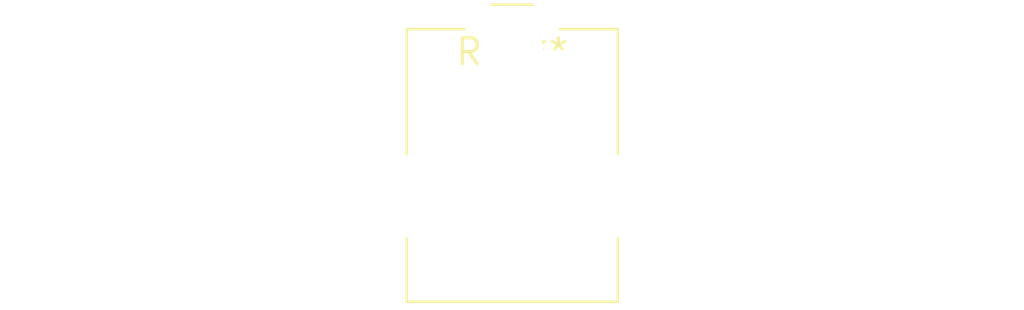
<source format=kicad_pcb>
(kicad_pcb (version 20240108) (generator pcbnew)
  (layers (0 "F.Cu" signal) (31 "B.Cu" signal) (34 "B.Paste" user) (35 "F.Paste" user) (36 "B.SilkS" user "B.Silkscreen") (37 "F.SilkS" user "F.Silkscreen") (38 "B.Mask" user) (39 "F.Mask" user) (44 "Edge.Cuts" user))
  (net 0 "")
  (footprint "BarrelJack_CUI_PJ-063AH_Horizontal_CircularHoles" (layer "F.Cu") (at 0 0)
    (property "Reference" "REF**")
    (property "Value" "BarrelJack_CUI_PJ-063AH_Horizontal_CircularHoles")
    (fp_line (start -5.11 -1.11) (end -2.3 -1.11) (layer "F.SilkS") (stroke (width 0.12)))
    (fp_line (start -5.11 4.95) (end -5.11 -1.11) (layer "F.SilkS") (stroke (width 0.12)))
    (fp_line (start -5.11 12.11) (end -5.11 9.05) (layer "F.SilkS") (stroke (width 0.12)))
    (fp_line (start -1 -2.3) (end 1 -2.3) (layer "F.SilkS") (stroke (width 0.12)))
    (fp_line (start 2.3 -1.11) (end 5.11 -1.11) (layer "F.SilkS") (stroke (width 0.12)))
    (fp_line (start 5.11 -1.11) (end 5.11 4.95) (layer "F.SilkS") (stroke (width 0.12)))
    (fp_line (start 5.11 9.05) (end 5.11 12.11) (layer "F.SilkS") (stroke (width 0.12)))
    (fp_line (start 5.11 12.11) (end -5.11 12.11) (layer "F.SilkS") (stroke (width 0.12)))
    (pad "" np_thru_hole circle (at 0 9) (size 1.6 1.6) (drill 1.6) (layers *.Cu *.Mask))
    (pad "1" thru_hole rect (at 0 0) (size 4 4) (drill 3) (layers *.Cu *.Mask) (remove_unused_layers))
    (pad "2" thru_hole circle (at 0 6) (size 3.3 3.3) (drill 2.3) (layers *.Cu *.Mask) (remove_unused_layers))
    (pad "MP" thru_hole circle (at -4.5 7) (size 3.5 3.5) (drill 2.5) (layers *.Cu *.Mask) (remove_unused_layers))
    (pad "MP" thru_hole circle (at 4.5 7) (size 3.5 3.5) (drill 2.5) (layers *.Cu *.Mask) (remove_unused_layers))
  )
)
</source>
